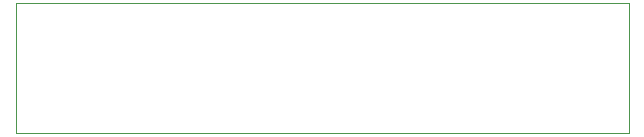
<source format=gbr>
%TF.GenerationSoftware,KiCad,Pcbnew,7.99.0-3522-gc5520b3eef-dirty*%
%TF.CreationDate,2023-11-19T20:57:41+00:00*%
%TF.ProjectId,display module,64697370-6c61-4792-906d-6f64756c652e,rev?*%
%TF.SameCoordinates,Original*%
%TF.FileFunction,Profile,NP*%
%FSLAX46Y46*%
G04 Gerber Fmt 4.6, Leading zero omitted, Abs format (unit mm)*
G04 Created by KiCad (PCBNEW 7.99.0-3522-gc5520b3eef-dirty) date 2023-11-19 20:57:41*
%MOMM*%
%LPD*%
G01*
G04 APERTURE LIST*
%TA.AperFunction,Profile*%
%ADD10C,0.100000*%
%TD*%
G04 APERTURE END LIST*
D10*
X130928196Y-50600000D02*
X182800000Y-50600000D01*
X182800000Y-61600000D01*
X130928196Y-61600000D01*
X130928196Y-50600000D01*
M02*

</source>
